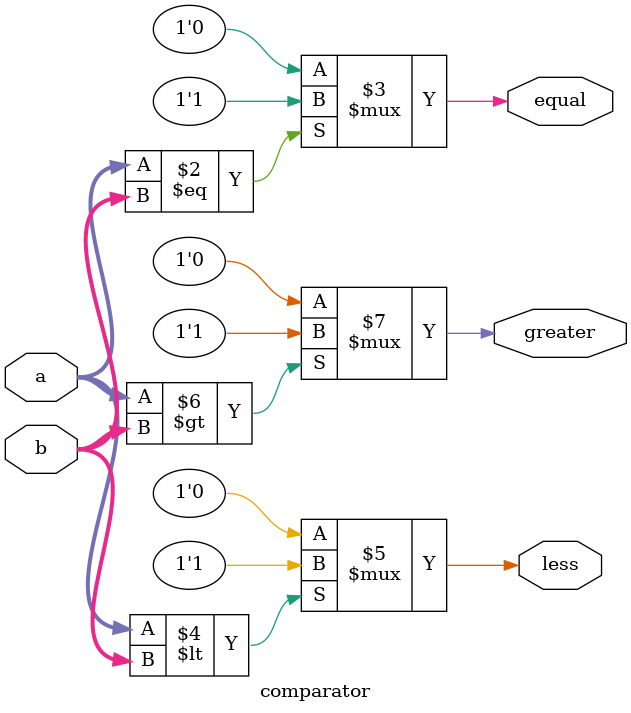
<source format=v>
`timescale 1ns / 1ps

module comparator(
    input wire [3:0] a,
    input wire [3:0] b,
    output reg equal,
    output reg less,
    output reg greater
    );
    always@(a,b)begin
    equal = (a==b)? 1'b1 : 1'b0;
    less = (a<b)? 1'b1 : 1'b0;
    greater = (a>b)? 1'b1 : 1'b0;
    end
endmodule

</source>
